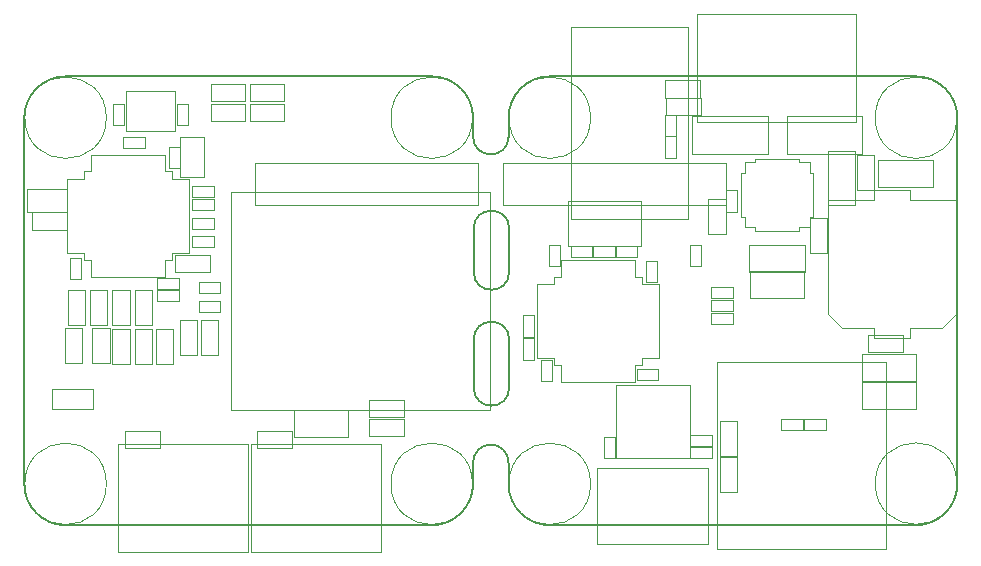
<source format=gbr>
%TF.GenerationSoftware,KiCad,Pcbnew,(7.0.0-0)*%
%TF.CreationDate,2023-05-24T17:39:12+02:00*%
%TF.ProjectId,ethersweep,65746865-7273-4776-9565-702e6b696361,2.0.1*%
%TF.SameCoordinates,Original*%
%TF.FileFunction,Other,User*%
%FSLAX46Y46*%
G04 Gerber Fmt 4.6, Leading zero omitted, Abs format (unit mm)*
G04 Created by KiCad (PCBNEW (7.0.0-0)) date 2023-05-24 17:39:12*
%MOMM*%
%LPD*%
G01*
G04 APERTURE LIST*
%ADD10C,0.050000*%
%TA.AperFunction,Profile*%
%ADD11C,0.150000*%
%TD*%
G04 APERTURE END LIST*
D10*
X159320000Y-35200000D02*
X159320000Y-31800000D01*
X161280000Y-35200000D02*
X159320000Y-35200000D01*
X159320000Y-31800000D02*
X161280000Y-31800000D01*
X161280000Y-31800000D02*
X161280000Y-35200000D01*
X148450000Y-53150000D02*
X151950000Y-53150000D01*
X148450000Y-54850000D02*
X148450000Y-53150000D01*
X151950000Y-53150000D02*
X151950000Y-54850000D01*
X151950000Y-54850000D02*
X148450000Y-54850000D01*
X185520000Y-36450000D02*
X163620000Y-36450000D01*
X163620000Y-36450000D02*
X163620000Y-54950000D01*
X185520000Y-54950000D02*
X185520000Y-36450000D01*
X163620000Y-54950000D02*
X185520000Y-54950000D01*
X184050000Y-30200000D02*
G75*
G03*
X184050000Y-30200000I-3450000J0D01*
G01*
X153050000Y-30200000D02*
G75*
G03*
X153050000Y-30200000I-3450000J0D01*
G01*
X153050000Y-61200000D02*
G75*
G03*
X153050000Y-61200000I-3450000J0D01*
G01*
X184050000Y-61200000D02*
G75*
G03*
X184050000Y-61200000I-3450000J0D01*
G01*
X178280000Y-57130000D02*
X175320000Y-57130000D01*
X178280000Y-55670000D02*
X178280000Y-57130000D01*
X175320000Y-57130000D02*
X175320000Y-55670000D01*
X175320000Y-55670000D02*
X178280000Y-55670000D01*
X154685000Y-27920000D02*
X154685000Y-31320000D01*
X154685000Y-31320000D02*
X158885000Y-31320000D01*
X158885000Y-27920000D02*
X154685000Y-27920000D01*
X158885000Y-31320000D02*
X158885000Y-27920000D01*
X160340000Y-37090000D02*
X162160000Y-37090000D01*
X160340000Y-38010000D02*
X160340000Y-37090000D01*
X162160000Y-37090000D02*
X162160000Y-38010000D01*
X162160000Y-38010000D02*
X160340000Y-38010000D01*
X151750000Y-43650000D02*
X154900000Y-43650000D01*
X158050000Y-43650000D02*
X154900000Y-43650000D01*
X151150000Y-42250000D02*
X151750000Y-42250000D01*
X151750000Y-42250000D02*
X151750000Y-43650000D01*
X158050000Y-42250000D02*
X158050000Y-43650000D01*
X158650000Y-42250000D02*
X158050000Y-42250000D01*
X149750000Y-41650000D02*
X151150000Y-41650000D01*
X151150000Y-41650000D02*
X151150000Y-42250000D01*
X158650000Y-41650000D02*
X158650000Y-42250000D01*
X160050000Y-41650000D02*
X158650000Y-41650000D01*
X149750000Y-38500000D02*
X149750000Y-41650000D01*
X149750000Y-38500000D02*
X149750000Y-35350000D01*
X160050000Y-38500000D02*
X160050000Y-41650000D01*
X160050000Y-38500000D02*
X160050000Y-35350000D01*
X149750000Y-35350000D02*
X151150000Y-35350000D01*
X151150000Y-35350000D02*
X151150000Y-34750000D01*
X158650000Y-35350000D02*
X158650000Y-34750000D01*
X160050000Y-35350000D02*
X158650000Y-35350000D01*
X151150000Y-34750000D02*
X151750000Y-34750000D01*
X151750000Y-34750000D02*
X151750000Y-33350000D01*
X158050000Y-34750000D02*
X158050000Y-33350000D01*
X158650000Y-34750000D02*
X158050000Y-34750000D01*
X151750000Y-33350000D02*
X154900000Y-33350000D01*
X158050000Y-33350000D02*
X154900000Y-33350000D01*
X160340000Y-36010000D02*
X162160000Y-36010000D01*
X160340000Y-36930000D02*
X160340000Y-36010000D01*
X162160000Y-36010000D02*
X162160000Y-36930000D01*
X162160000Y-36930000D02*
X160340000Y-36930000D01*
X178280000Y-55530000D02*
X175320000Y-55530000D01*
X178280000Y-54070000D02*
X178280000Y-55530000D01*
X175320000Y-55530000D02*
X175320000Y-54070000D01*
X175320000Y-54070000D02*
X178280000Y-54070000D01*
X153625000Y-30830000D02*
X153625000Y-29010000D01*
X154545000Y-30830000D02*
X153625000Y-30830000D01*
X153625000Y-29010000D02*
X154545000Y-29010000D01*
X154545000Y-29010000D02*
X154545000Y-30830000D01*
X159025000Y-30830000D02*
X159025000Y-29010000D01*
X159945000Y-30830000D02*
X159025000Y-30830000D01*
X159025000Y-29010000D02*
X159945000Y-29010000D01*
X159945000Y-29010000D02*
X159945000Y-30830000D01*
X149750000Y-38180000D02*
X146350000Y-38180000D01*
X149750000Y-36220000D02*
X149750000Y-38180000D01*
X146350000Y-38180000D02*
X146350000Y-36220000D01*
X146350000Y-36220000D02*
X149750000Y-36220000D01*
X155470000Y-51030000D02*
X155470000Y-48070000D01*
X156930000Y-51030000D02*
X155470000Y-51030000D01*
X155470000Y-48070000D02*
X156930000Y-48070000D01*
X156930000Y-48070000D02*
X156930000Y-51030000D01*
X155470000Y-47730000D02*
X155470000Y-44770000D01*
X156930000Y-47730000D02*
X155470000Y-47730000D01*
X155470000Y-44770000D02*
X156930000Y-44770000D01*
X156930000Y-44770000D02*
X156930000Y-47730000D01*
X153570000Y-47730000D02*
X153570000Y-44770000D01*
X155030000Y-47730000D02*
X153570000Y-47730000D01*
X153570000Y-44770000D02*
X155030000Y-44770000D01*
X155030000Y-44770000D02*
X155030000Y-47730000D01*
X151670000Y-47730000D02*
X151670000Y-44770000D01*
X153130000Y-47730000D02*
X151670000Y-47730000D01*
X151670000Y-44770000D02*
X153130000Y-44770000D01*
X153130000Y-44770000D02*
X153130000Y-47730000D01*
X149770000Y-47730000D02*
X149770000Y-44770000D01*
X151230000Y-47730000D02*
X149770000Y-47730000D01*
X149770000Y-44770000D02*
X151230000Y-44770000D01*
X151230000Y-44770000D02*
X151230000Y-47730000D01*
X158730000Y-48070000D02*
X158730000Y-51030000D01*
X157270000Y-48070000D02*
X158730000Y-48070000D01*
X158730000Y-51030000D02*
X157270000Y-51030000D01*
X157270000Y-51030000D02*
X157270000Y-48070000D01*
X162710000Y-45060000D02*
X160890000Y-45060000D01*
X162710000Y-44140000D02*
X162710000Y-45060000D01*
X160890000Y-45060000D02*
X160890000Y-44140000D01*
X160890000Y-44140000D02*
X162710000Y-44140000D01*
X162710000Y-46660000D02*
X160890000Y-46660000D01*
X162710000Y-45740000D02*
X162710000Y-46660000D01*
X160890000Y-46660000D02*
X160890000Y-45740000D01*
X160890000Y-45740000D02*
X162710000Y-45740000D01*
X173500000Y-57270000D02*
X168900000Y-57270000D01*
X173500000Y-54970000D02*
X173500000Y-57270000D01*
X168900000Y-57270000D02*
X168900000Y-54970000D01*
X168900000Y-54970000D02*
X173500000Y-54970000D01*
X159270000Y-50280000D02*
X159270000Y-47320000D01*
X160730000Y-50280000D02*
X159270000Y-50280000D01*
X159270000Y-47320000D02*
X160730000Y-47320000D01*
X160730000Y-47320000D02*
X160730000Y-50280000D01*
X194050000Y-30200000D02*
G75*
G03*
X194050000Y-30200000I-3450000J0D01*
G01*
X225050000Y-30200000D02*
G75*
G03*
X225050000Y-30200000I-3450000J0D01*
G01*
X194050000Y-61200000D02*
G75*
G03*
X194050000Y-61200000I-3450000J0D01*
G01*
X202280000Y-38800000D02*
X202280000Y-22510000D01*
X202280000Y-22510000D02*
X192380000Y-22510000D01*
X192380000Y-38800000D02*
X202280000Y-38800000D01*
X192380000Y-22510000D02*
X192380000Y-38800000D01*
X225050000Y-61175001D02*
G75*
G03*
X225050000Y-61175001I-3450000J0D01*
G01*
X161070000Y-50280000D02*
X161070000Y-47320000D01*
X162530000Y-50280000D02*
X161070000Y-50280000D01*
X161070000Y-47320000D02*
X162530000Y-47320000D01*
X162530000Y-47320000D02*
X162530000Y-50280000D01*
X156315000Y-32790000D02*
X154455000Y-32790000D01*
X156315000Y-31850000D02*
X156315000Y-32790000D01*
X154455000Y-32790000D02*
X154455000Y-31850000D01*
X154455000Y-31850000D02*
X156315000Y-31850000D01*
X161830000Y-43300000D02*
X158870000Y-43300000D01*
X161830000Y-41840000D02*
X161830000Y-43300000D01*
X158870000Y-43300000D02*
X158870000Y-41840000D01*
X158870000Y-41840000D02*
X161830000Y-41840000D01*
X149546800Y-50980000D02*
X149546800Y-48020000D01*
X151006800Y-50980000D02*
X149546800Y-50980000D01*
X149546800Y-48020000D02*
X151006800Y-48020000D01*
X151006800Y-48020000D02*
X151006800Y-50980000D01*
X151870000Y-50980000D02*
X151870000Y-48020000D01*
X153330000Y-50980000D02*
X151870000Y-50980000D01*
X151870000Y-48020000D02*
X153330000Y-48020000D01*
X153330000Y-48020000D02*
X153330000Y-50980000D01*
X153570000Y-51030000D02*
X153570000Y-48070000D01*
X155030000Y-51030000D02*
X153570000Y-51030000D01*
X153570000Y-48070000D02*
X155030000Y-48070000D01*
X155030000Y-48070000D02*
X155030000Y-51030000D01*
X161870000Y-29040000D02*
X164830000Y-29040000D01*
X161870000Y-30500000D02*
X161870000Y-29040000D01*
X164830000Y-29040000D02*
X164830000Y-30500000D01*
X164830000Y-30500000D02*
X161870000Y-30500000D01*
X161870000Y-27340000D02*
X164830000Y-27340000D01*
X161870000Y-28800000D02*
X161870000Y-27340000D01*
X164830000Y-27340000D02*
X164830000Y-28800000D01*
X164830000Y-28800000D02*
X161870000Y-28800000D01*
X168130000Y-30500000D02*
X165170000Y-30500000D01*
X168130000Y-29040000D02*
X168130000Y-30500000D01*
X165170000Y-30500000D02*
X165170000Y-29040000D01*
X165170000Y-29040000D02*
X168130000Y-29040000D01*
X205020000Y-61850000D02*
X205020000Y-58890000D01*
X206480000Y-61850000D02*
X205020000Y-61850000D01*
X205020000Y-58890000D02*
X206480000Y-58890000D01*
X206480000Y-58890000D02*
X206480000Y-61850000D01*
X219050000Y-66700000D02*
X219050000Y-50850000D01*
X219050000Y-66700000D02*
X204750000Y-66700000D01*
X219050000Y-50850000D02*
X204750000Y-50850000D01*
X204750000Y-66700000D02*
X204750000Y-50850000D01*
X206480000Y-55890000D02*
X206480000Y-58850000D01*
X205020000Y-55890000D02*
X206480000Y-55890000D01*
X206480000Y-58850000D02*
X205020000Y-58850000D01*
X205020000Y-58850000D02*
X205020000Y-55890000D01*
X160340000Y-40210000D02*
X162160000Y-40210000D01*
X160340000Y-41130000D02*
X160340000Y-40210000D01*
X162160000Y-40210000D02*
X162160000Y-41130000D01*
X162160000Y-41130000D02*
X160340000Y-41130000D01*
X206410000Y-36360000D02*
X206410000Y-38180000D01*
X205490000Y-36360000D02*
X206410000Y-36360000D01*
X206410000Y-38180000D02*
X205490000Y-38180000D01*
X205490000Y-38180000D02*
X205490000Y-36360000D01*
X206789300Y-34839000D02*
X207094100Y-34839000D01*
X206789300Y-34839000D02*
X207094100Y-34839000D01*
X206789300Y-38601000D02*
X206789300Y-34839000D01*
X206789300Y-38601000D02*
X206789300Y-34839000D01*
X207094100Y-33964100D02*
X207969000Y-33964100D01*
X207094100Y-33964100D02*
X207969000Y-33964100D01*
X207094100Y-34839000D02*
X207094100Y-33964100D01*
X207094100Y-34839000D02*
X207094100Y-33964100D01*
X207094100Y-38601000D02*
X206789300Y-38601000D01*
X207094100Y-38601000D02*
X206789300Y-38601000D01*
X207094100Y-39475900D02*
X207094100Y-38601000D01*
X207094100Y-39475900D02*
X207094100Y-38601000D01*
X207969000Y-33659300D02*
X211731000Y-33659300D01*
X207969000Y-33659300D02*
X211731000Y-33659300D01*
X207969000Y-33964100D02*
X207969000Y-33659300D01*
X207969000Y-33964100D02*
X207969000Y-33659300D01*
X207969000Y-39475900D02*
X207094100Y-39475900D01*
X207969000Y-39475900D02*
X207094100Y-39475900D01*
X207969000Y-39780700D02*
X207969000Y-39475900D01*
X207969000Y-39780700D02*
X207969000Y-39475900D01*
X211731000Y-33659300D02*
X211731000Y-33964100D01*
X211731000Y-33659300D02*
X211731000Y-33964100D01*
X211731000Y-33964100D02*
X212605900Y-33964100D01*
X211731000Y-33964100D02*
X212605900Y-33964100D01*
X211731000Y-39475900D02*
X211731000Y-39780700D01*
X211731000Y-39475900D02*
X211731000Y-39780700D01*
X211731000Y-39780700D02*
X207969000Y-39780700D01*
X211731000Y-39780700D02*
X207969000Y-39780700D01*
X212605900Y-33964100D02*
X212605900Y-34839000D01*
X212605900Y-33964100D02*
X212605900Y-34839000D01*
X212605900Y-34839000D02*
X212910700Y-34839000D01*
X212605900Y-34839000D02*
X212910700Y-34839000D01*
X212605900Y-38601000D02*
X212605900Y-39475900D01*
X212605900Y-38601000D02*
X212605900Y-39475900D01*
X212605900Y-39475900D02*
X211731000Y-39475900D01*
X212605900Y-39475900D02*
X211731000Y-39475900D01*
X212910700Y-34839000D02*
X212910700Y-38601000D01*
X212910700Y-34839000D02*
X212910700Y-38601000D01*
X212910700Y-38601000D02*
X212605900Y-38601000D01*
X212910700Y-38601000D02*
X212605900Y-38601000D01*
X218050000Y-48820000D02*
X221050000Y-48820000D01*
X221050000Y-48820000D02*
X221050000Y-47970000D01*
X215300000Y-47970000D02*
X218050000Y-47970000D01*
X215300000Y-47970000D02*
X214150000Y-46820000D01*
X218050000Y-47970000D02*
X218050000Y-48820000D01*
X221050000Y-47970000D02*
X223800000Y-47970000D01*
X223800000Y-47970000D02*
X224950000Y-46820000D01*
X214150000Y-46820000D02*
X214150000Y-37170000D01*
X224950000Y-46820000D02*
X224950000Y-37170000D01*
X214150000Y-37170000D02*
X218050000Y-37170000D01*
X218050000Y-37170000D02*
X218050000Y-36320000D01*
X221050000Y-37170000D02*
X224950000Y-37170000D01*
X218050000Y-36320000D02*
X221050000Y-36320000D01*
X221050000Y-36320000D02*
X221050000Y-37170000D01*
X202670000Y-30090000D02*
X209030000Y-30090000D01*
X202670000Y-33250000D02*
X202670000Y-30090000D01*
X209030000Y-30090000D02*
X209030000Y-33250000D01*
X209030000Y-33250000D02*
X202670000Y-33250000D01*
X157342400Y-44782400D02*
X159162400Y-44782400D01*
X157342400Y-45702400D02*
X157342400Y-44782400D01*
X159162400Y-44782400D02*
X159162400Y-45702400D01*
X159162400Y-45702400D02*
X157342400Y-45702400D01*
X204310000Y-59005000D02*
X202490000Y-59005000D01*
X204310000Y-58085000D02*
X204310000Y-59005000D01*
X202490000Y-59005000D02*
X202490000Y-58085000D01*
X202490000Y-58085000D02*
X204310000Y-58085000D01*
X158340000Y-34480000D02*
X158340000Y-32660000D01*
X159260000Y-34480000D02*
X158340000Y-34480000D01*
X158340000Y-32660000D02*
X159260000Y-32660000D01*
X159260000Y-32660000D02*
X159260000Y-34480000D01*
X188305000Y-50725000D02*
X188305000Y-48865000D01*
X189245000Y-50725000D02*
X188305000Y-50725000D01*
X188305000Y-48865000D02*
X189245000Y-48865000D01*
X189245000Y-48865000D02*
X189245000Y-50725000D01*
X168130000Y-28800000D02*
X165170000Y-28800000D01*
X168130000Y-27340000D02*
X168130000Y-28800000D01*
X165170000Y-28800000D02*
X165170000Y-27340000D01*
X165170000Y-27340000D02*
X168130000Y-27340000D01*
X216570000Y-36300000D02*
X216570000Y-33340000D01*
X218030000Y-36300000D02*
X216570000Y-36300000D01*
X216570000Y-33340000D02*
X218030000Y-33340000D01*
X218030000Y-33340000D02*
X218030000Y-36300000D01*
X204310000Y-58005000D02*
X202490000Y-58005000D01*
X204310000Y-57085000D02*
X204310000Y-58005000D01*
X202490000Y-58005000D02*
X202490000Y-57085000D01*
X202490000Y-57085000D02*
X204310000Y-57085000D01*
X217570000Y-48590000D02*
X220530000Y-48590000D01*
X217570000Y-50050000D02*
X217570000Y-48590000D01*
X220530000Y-48590000D02*
X220530000Y-50050000D01*
X220530000Y-50050000D02*
X217570000Y-50050000D01*
X194587500Y-59820000D02*
X203987500Y-59820000D01*
X194587500Y-66320000D02*
X194587500Y-59820000D01*
X203987500Y-59820000D02*
X203987500Y-66320000D01*
X203987500Y-66320000D02*
X194587500Y-66320000D01*
X184517600Y-34019000D02*
X165667600Y-34019000D01*
X165667600Y-34019000D02*
X165667600Y-37619000D01*
X184517600Y-37619000D02*
X184517600Y-34019000D01*
X165667600Y-37619000D02*
X184517600Y-37619000D01*
X200340000Y-33630000D02*
X200340000Y-31770000D01*
X201280000Y-33630000D02*
X200340000Y-33630000D01*
X200340000Y-31770000D02*
X201280000Y-31770000D01*
X201280000Y-31770000D02*
X201280000Y-33630000D01*
X176300000Y-66987500D02*
X176300000Y-57787500D01*
X176300000Y-57787500D02*
X165300000Y-57787500D01*
X165300000Y-66987500D02*
X176300000Y-66987500D01*
X165300000Y-57787500D02*
X165300000Y-66987500D01*
X216475000Y-33020000D02*
X216475000Y-37620000D01*
X214175000Y-33020000D02*
X216475000Y-33020000D01*
X216475000Y-37620000D02*
X214175000Y-37620000D01*
X214175000Y-37620000D02*
X214175000Y-33020000D01*
X165050000Y-66987500D02*
X165050000Y-57787500D01*
X165050000Y-57787500D02*
X154050000Y-57787500D01*
X154050000Y-66987500D02*
X165050000Y-66987500D01*
X154050000Y-57787500D02*
X154050000Y-66987500D01*
X217000000Y-52570000D02*
X221600000Y-52570000D01*
X217000000Y-54870000D02*
X217000000Y-52570000D01*
X221600000Y-52570000D02*
X221600000Y-54870000D01*
X221600000Y-54870000D02*
X217000000Y-54870000D01*
X206080000Y-46540000D02*
X204220000Y-46540000D01*
X206080000Y-45600000D02*
X206080000Y-46540000D01*
X204220000Y-46540000D02*
X204220000Y-45600000D01*
X204220000Y-45600000D02*
X206080000Y-45600000D01*
X157340000Y-43810000D02*
X159160000Y-43810000D01*
X157340000Y-44730000D02*
X157340000Y-43810000D01*
X159160000Y-43810000D02*
X159160000Y-44730000D01*
X159160000Y-44730000D02*
X157340000Y-44730000D01*
X203410000Y-40960000D02*
X203410000Y-42780000D01*
X202490000Y-40960000D02*
X203410000Y-40960000D01*
X203410000Y-42780000D02*
X202490000Y-42780000D01*
X202490000Y-42780000D02*
X202490000Y-40960000D01*
X197990000Y-42000000D02*
X196170000Y-42000000D01*
X197990000Y-41080000D02*
X197990000Y-42000000D01*
X196170000Y-42000000D02*
X196170000Y-41080000D01*
X196170000Y-41080000D02*
X197990000Y-41080000D01*
X186653000Y-37619000D02*
X205503000Y-37619000D01*
X205503000Y-37619000D02*
X205503000Y-34019000D01*
X186653000Y-34019000D02*
X186653000Y-37619000D01*
X205503000Y-34019000D02*
X186653000Y-34019000D01*
X203050000Y-21402500D02*
X203050000Y-30602500D01*
X203050000Y-30602500D02*
X216550000Y-30602500D01*
X216550000Y-21402500D02*
X203050000Y-21402500D01*
X216550000Y-30602500D02*
X216550000Y-21402500D01*
X197977500Y-51460000D02*
X199797500Y-51460000D01*
X197977500Y-52380000D02*
X197977500Y-51460000D01*
X199797500Y-51460000D02*
X199797500Y-52380000D01*
X199797500Y-52380000D02*
X197977500Y-52380000D01*
X217030000Y-33250000D02*
X210670000Y-33250000D01*
X217030000Y-30090000D02*
X217030000Y-33250000D01*
X210670000Y-33250000D02*
X210670000Y-30090000D01*
X210670000Y-30090000D02*
X217030000Y-30090000D01*
X194190000Y-42000000D02*
X192370000Y-42000000D01*
X194190000Y-41080000D02*
X194190000Y-42000000D01*
X192370000Y-42000000D02*
X192370000Y-41080000D01*
X192370000Y-41080000D02*
X194190000Y-41080000D01*
X201260000Y-29956000D02*
X201260000Y-31776000D01*
X200340000Y-29956000D02*
X201260000Y-29956000D01*
X201260000Y-31776000D02*
X200340000Y-31776000D01*
X200340000Y-31776000D02*
X200340000Y-29956000D01*
X197837500Y-42270000D02*
X194687500Y-42270000D01*
X191537500Y-42270000D02*
X194687500Y-42270000D01*
X198437500Y-43670000D02*
X197837500Y-43670000D01*
X197837500Y-43670000D02*
X197837500Y-42270000D01*
X191537500Y-43670000D02*
X191537500Y-42270000D01*
X190937500Y-43670000D02*
X191537500Y-43670000D01*
X199837500Y-44270000D02*
X198437500Y-44270000D01*
X198437500Y-44270000D02*
X198437500Y-43670000D01*
X190937500Y-44270000D02*
X190937500Y-43670000D01*
X189537500Y-44270000D02*
X190937500Y-44270000D01*
X199837500Y-47420000D02*
X199837500Y-44270000D01*
X199837500Y-47420000D02*
X199837500Y-50570000D01*
X189537500Y-47420000D02*
X189537500Y-44270000D01*
X189537500Y-47420000D02*
X189537500Y-50570000D01*
X199837500Y-50570000D02*
X198437500Y-50570000D01*
X198437500Y-50570000D02*
X198437500Y-51170000D01*
X190937500Y-50570000D02*
X190937500Y-51170000D01*
X189537500Y-50570000D02*
X190937500Y-50570000D01*
X198437500Y-51170000D02*
X197837500Y-51170000D01*
X197837500Y-51170000D02*
X197837500Y-52570000D01*
X191537500Y-51170000D02*
X191537500Y-52570000D01*
X190937500Y-51170000D02*
X191537500Y-51170000D01*
X197837500Y-52570000D02*
X194687500Y-52570000D01*
X191537500Y-52570000D02*
X194687500Y-52570000D01*
X165770000Y-56740000D02*
X168730000Y-56740000D01*
X165770000Y-58200000D02*
X165770000Y-56740000D01*
X168730000Y-56740000D02*
X168730000Y-58200000D01*
X168730000Y-58200000D02*
X165770000Y-58200000D01*
X206080000Y-45440000D02*
X204220000Y-45440000D01*
X206080000Y-44500000D02*
X206080000Y-45440000D01*
X204220000Y-45440000D02*
X204220000Y-44500000D01*
X204220000Y-44500000D02*
X206080000Y-44500000D01*
X207489400Y-40978000D02*
X207489400Y-43278000D01*
X207489400Y-40978000D02*
X212189400Y-40978000D01*
X212189400Y-40978000D02*
X212189400Y-43278000D01*
X212189400Y-43278000D02*
X207489400Y-43278000D01*
X196225000Y-59020000D02*
X202425000Y-59020000D01*
X202425000Y-59020000D02*
X202425000Y-52820000D01*
X196225000Y-52820000D02*
X196225000Y-59020000D01*
X202425000Y-52820000D02*
X196225000Y-52820000D01*
X213990000Y-56640000D02*
X212130000Y-56640000D01*
X213990000Y-55700000D02*
X213990000Y-56640000D01*
X212130000Y-56640000D02*
X212130000Y-55700000D01*
X212130000Y-55700000D02*
X213990000Y-55700000D01*
X198727500Y-44120000D02*
X198727500Y-42300000D01*
X199647500Y-44120000D02*
X198727500Y-44120000D01*
X198727500Y-42300000D02*
X199647500Y-42300000D01*
X199647500Y-42300000D02*
X199647500Y-44120000D01*
X196110000Y-42010000D02*
X194250000Y-42010000D01*
X196110000Y-41070000D02*
X196110000Y-42010000D01*
X194250000Y-42010000D02*
X194250000Y-41070000D01*
X194250000Y-41070000D02*
X196110000Y-41070000D01*
X205480000Y-37090000D02*
X205480000Y-40050000D01*
X204020000Y-37090000D02*
X205480000Y-37090000D01*
X205480000Y-40050000D02*
X204020000Y-40050000D01*
X204020000Y-40050000D02*
X204020000Y-37090000D01*
X218375000Y-33770000D02*
X218375000Y-36070000D01*
X218375000Y-33770000D02*
X223075000Y-33770000D01*
X223075000Y-33770000D02*
X223075000Y-36070000D01*
X223075000Y-36070000D02*
X218375000Y-36070000D01*
X150910000Y-42060000D02*
X150910000Y-43880000D01*
X149990000Y-42060000D02*
X150910000Y-42060000D01*
X150910000Y-43880000D02*
X149990000Y-43880000D01*
X149990000Y-43880000D02*
X149990000Y-42060000D01*
X154670000Y-56740000D02*
X157630000Y-56740000D01*
X154670000Y-58200000D02*
X154670000Y-56740000D01*
X157630000Y-56740000D02*
X157630000Y-58200000D01*
X157630000Y-58200000D02*
X154670000Y-58200000D01*
X214100400Y-38690000D02*
X214100400Y-41650000D01*
X212640400Y-38690000D02*
X214100400Y-38690000D01*
X214100400Y-41650000D02*
X212640400Y-41650000D01*
X212640400Y-41650000D02*
X212640400Y-38690000D01*
X190747500Y-50690000D02*
X190747500Y-52510000D01*
X189827500Y-50690000D02*
X190747500Y-50690000D01*
X190747500Y-52510000D02*
X189827500Y-52510000D01*
X189827500Y-52510000D02*
X189827500Y-50690000D01*
X200390000Y-27040000D02*
X203350000Y-27040000D01*
X200390000Y-28500000D02*
X200390000Y-27040000D01*
X203350000Y-27040000D02*
X203350000Y-28500000D01*
X203350000Y-28500000D02*
X200390000Y-28500000D01*
X217000000Y-50170000D02*
X221600000Y-50170000D01*
X217000000Y-52470000D02*
X217000000Y-50170000D01*
X221600000Y-50170000D02*
X221600000Y-52470000D01*
X221600000Y-52470000D02*
X217000000Y-52470000D01*
X203369600Y-29970400D02*
X200409600Y-29970400D01*
X203369600Y-28510400D02*
X203369600Y-29970400D01*
X200409600Y-29970400D02*
X200409600Y-28510400D01*
X200409600Y-28510400D02*
X203369600Y-28510400D01*
X189245000Y-46890000D02*
X189245000Y-48750000D01*
X188305000Y-46890000D02*
X189245000Y-46890000D01*
X189245000Y-48750000D02*
X188305000Y-48750000D01*
X188305000Y-48750000D02*
X188305000Y-46890000D01*
X198300000Y-41040000D02*
X198300000Y-37240000D01*
X198300000Y-37240000D02*
X192100000Y-37240000D01*
X192100000Y-41040000D02*
X198300000Y-41040000D01*
X192100000Y-37240000D02*
X192100000Y-41040000D01*
X149724800Y-39673200D02*
X146764800Y-39673200D01*
X149724800Y-38213200D02*
X149724800Y-39673200D01*
X146764800Y-39673200D02*
X146764800Y-38213200D01*
X146764800Y-38213200D02*
X149724800Y-38213200D01*
X207514400Y-43178000D02*
X212114400Y-43178000D01*
X207514400Y-45478000D02*
X207514400Y-43178000D01*
X212114400Y-43178000D02*
X212114400Y-45478000D01*
X212114400Y-45478000D02*
X207514400Y-45478000D01*
X190565000Y-42780000D02*
X190565000Y-40960000D01*
X191485000Y-42780000D02*
X190565000Y-42780000D01*
X190565000Y-40960000D02*
X191485000Y-40960000D01*
X191485000Y-40960000D02*
X191485000Y-42780000D01*
X212030000Y-56640000D02*
X210170000Y-56640000D01*
X212030000Y-55700000D02*
X212030000Y-56640000D01*
X210170000Y-56640000D02*
X210170000Y-55700000D01*
X210170000Y-55700000D02*
X212030000Y-55700000D01*
X160340000Y-38689096D02*
X162160000Y-38689096D01*
X160340000Y-39609096D02*
X160340000Y-38689096D01*
X162160000Y-38689096D02*
X162160000Y-39609096D01*
X162160000Y-39609096D02*
X160340000Y-39609096D01*
X196135000Y-57210000D02*
X196135000Y-59030000D01*
X195215000Y-57210000D02*
X196135000Y-57210000D01*
X196135000Y-59030000D02*
X195215000Y-59030000D01*
X195215000Y-59030000D02*
X195215000Y-57210000D01*
X206080000Y-47640000D02*
X204220000Y-47640000D01*
X206080000Y-46700000D02*
X206080000Y-47640000D01*
X204220000Y-47640000D02*
X204220000Y-46700000D01*
X204220000Y-46700000D02*
X206080000Y-46700000D01*
D11*
X184100000Y-31800000D02*
X184100000Y-30200000D01*
X184100000Y-60700000D02*
X184100000Y-59400000D01*
X180600000Y-26700000D02*
X149600000Y-26700000D01*
X149600000Y-26700000D02*
G75*
G03*
X146100000Y-30200000I0J-3500000D01*
G01*
X184100000Y-30200000D02*
G75*
G03*
X180600000Y-26700000I-3500000J0D01*
G01*
X180600000Y-64700000D02*
G75*
G03*
X184100000Y-61200000I0J3500000D01*
G01*
X146100000Y-30200000D02*
X146100000Y-61200000D01*
X149600000Y-64700000D02*
X180600000Y-64700000D01*
X146100000Y-61200000D02*
G75*
G03*
X149600000Y-64700000I3500000J0D01*
G01*
X184100000Y-61200000D02*
X184100000Y-60700000D01*
X225100000Y-61200000D02*
X225100000Y-30200000D01*
X190600000Y-64700000D02*
X221600000Y-64700000D01*
X187100000Y-61200000D02*
G75*
G03*
X190600000Y-64700000I3500000J0D01*
G01*
X221600000Y-64700000D02*
G75*
G03*
X225100000Y-61200000I0J3500000D01*
G01*
X190600000Y-26700000D02*
G75*
G03*
X187100000Y-30200000I0J-3500000D01*
G01*
X190600000Y-26700000D02*
X221600000Y-26700000D01*
X187100000Y-30200000D02*
X187100000Y-30700000D01*
X187100000Y-61200000D02*
X187100000Y-59400000D01*
X187100000Y-31800000D02*
X187100000Y-30700000D01*
X225100000Y-30200000D02*
G75*
G03*
X221600000Y-26700000I-3500000J0D01*
G01*
X187150000Y-48970000D02*
G75*
G03*
X184150000Y-48970000I-1500000J0D01*
G01*
X187150000Y-39570000D02*
G75*
G03*
X184150000Y-39570000I-1500000J0D01*
G01*
X187100000Y-59400000D02*
G75*
G03*
X184100000Y-59400000I-1500000J30019D01*
G01*
X184150000Y-53070000D02*
X184150000Y-48970000D01*
X184150000Y-43270000D02*
X184150000Y-39570000D01*
X184150000Y-43270000D02*
G75*
G03*
X187150000Y-43270000I1500000J0D01*
G01*
X184100000Y-31800000D02*
G75*
G03*
X187100000Y-31800000I1500000J0D01*
G01*
X187150000Y-39570000D02*
X187150000Y-43270000D01*
X187150000Y-48970000D02*
X187150000Y-53070000D01*
X184150000Y-53070000D02*
G75*
G03*
X187150000Y-53070000I1500000J0D01*
G01*
M02*

</source>
